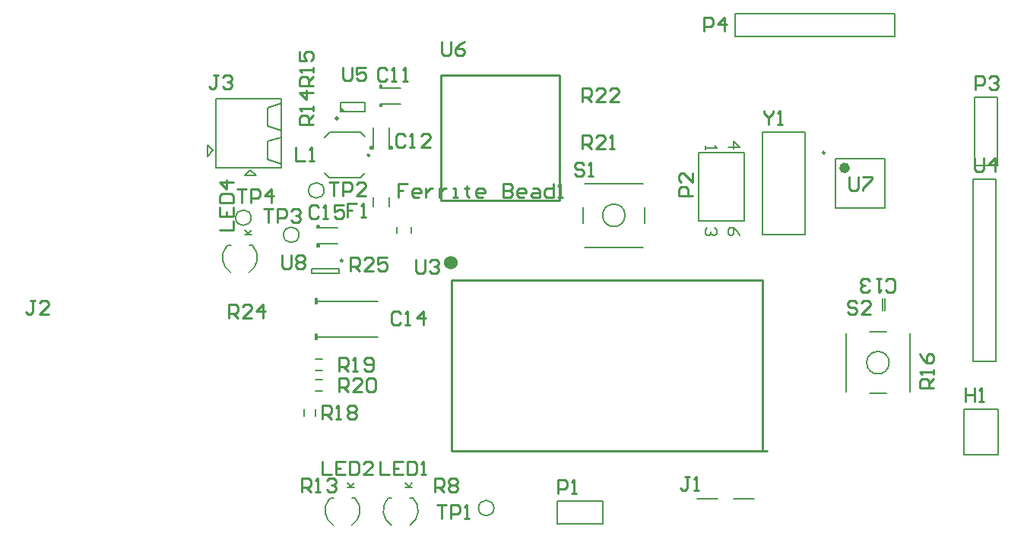
<source format=gto>
G04 Layer_Color=65535*
%FSLAX25Y25*%
%MOIN*%
G70*
G01*
G75*
%ADD35C,0.01000*%
%ADD54C,0.06000*%
%ADD71C,0.02362*%
%ADD72C,0.00984*%
%ADD73C,0.00500*%
%ADD74C,0.00787*%
%ADD75C,0.00600*%
%ADD76C,0.01969*%
%ADD77C,0.00800*%
G36*
X158882Y393600D02*
X156673D01*
Y395809D01*
X158882Y393600D01*
D02*
G37*
D35*
X169329Y374521D02*
G03*
X169329Y374521I-450J0D01*
G01*
X200532Y354500D02*
X252500D01*
Y409618D01*
X200532D02*
X252500D01*
X200500Y354500D02*
Y409618D01*
X205469Y244500D02*
Y319500D01*
Y244500D02*
X343500D01*
X341531D02*
Y319500D01*
X205469D02*
X341354D01*
X342400Y393898D02*
Y392898D01*
X344399Y390899D01*
X346399Y392898D01*
Y393898D01*
X344399Y390899D02*
Y387900D01*
X348398D02*
X350397D01*
X349398D01*
Y393898D01*
X348398Y392898D01*
X131000Y330498D02*
Y325500D01*
X132000Y324500D01*
X133999D01*
X134999Y325500D01*
Y330498D01*
X136998Y329498D02*
X137998Y330498D01*
X139997D01*
X140997Y329498D01*
Y328499D01*
X139997Y327499D01*
X140997Y326499D01*
Y325500D01*
X139997Y324500D01*
X137998D01*
X136998Y325500D01*
Y326499D01*
X137998Y327499D01*
X136998Y328499D01*
Y329498D01*
X137998Y327499D02*
X139997D01*
X379500Y364998D02*
Y360000D01*
X380500Y359000D01*
X382499D01*
X383499Y360000D01*
Y364998D01*
X385498D02*
X389497D01*
Y363998D01*
X385498Y360000D01*
Y359000D01*
X201000Y424398D02*
Y419400D01*
X202000Y418400D01*
X203999D01*
X204999Y419400D01*
Y424398D01*
X210997D02*
X208997Y423398D01*
X206998Y421399D01*
Y419400D01*
X207998Y418400D01*
X209997D01*
X210997Y419400D01*
Y420399D01*
X209997Y421399D01*
X206998D01*
X157500Y413098D02*
Y408100D01*
X158500Y407100D01*
X160499D01*
X161499Y408100D01*
Y413098D01*
X167497D02*
X163498D01*
Y410099D01*
X165497Y411099D01*
X166497D01*
X167497Y410099D01*
Y408100D01*
X166497Y407100D01*
X164498D01*
X163498Y408100D01*
X434600Y373298D02*
Y368300D01*
X435600Y367300D01*
X437599D01*
X438599Y368300D01*
Y373298D01*
X443597Y367300D02*
Y373298D01*
X440598Y370299D01*
X444597D01*
X189800Y328698D02*
Y323700D01*
X190800Y322700D01*
X192799D01*
X193799Y323700D01*
Y328698D01*
X195798Y327698D02*
X196798Y328698D01*
X198797D01*
X199797Y327698D01*
Y326699D01*
X198797Y325699D01*
X197797D01*
X198797D01*
X199797Y324699D01*
Y323700D01*
X198797Y322700D01*
X196798D01*
X195798Y323700D01*
X111350Y359648D02*
X115349D01*
X113349D01*
Y353650D01*
X117348D02*
Y359648D01*
X120347D01*
X121347Y358648D01*
Y356649D01*
X120347Y355649D01*
X117348D01*
X126345Y353650D02*
Y359648D01*
X123346Y356649D01*
X127345D01*
X123000Y350998D02*
X126999D01*
X124999D01*
Y345000D01*
X128998D02*
Y350998D01*
X131997D01*
X132997Y349998D01*
Y347999D01*
X131997Y346999D01*
X128998D01*
X134996Y349998D02*
X135996Y350998D01*
X137995D01*
X138995Y349998D01*
Y348999D01*
X137995Y347999D01*
X136995D01*
X137995D01*
X138995Y346999D01*
Y346000D01*
X137995Y345000D01*
X135996D01*
X134996Y346000D01*
X151500Y362498D02*
X155499D01*
X153499D01*
Y356500D01*
X157498D02*
Y362498D01*
X160497D01*
X161497Y361498D01*
Y359499D01*
X160497Y358499D01*
X157498D01*
X167495Y356500D02*
X163496D01*
X167495Y360499D01*
Y361498D01*
X166495Y362498D01*
X164496D01*
X163496Y361498D01*
X199000Y220998D02*
X202999D01*
X200999D01*
Y215000D01*
X204998D02*
Y220998D01*
X207997D01*
X208997Y219998D01*
Y217999D01*
X207997Y216999D01*
X204998D01*
X210996Y215000D02*
X212996D01*
X211996D01*
Y220998D01*
X210996Y219998D01*
X382999Y309698D02*
X381999Y310698D01*
X380000D01*
X379000Y309698D01*
Y308699D01*
X380000Y307699D01*
X381999D01*
X382999Y306699D01*
Y305700D01*
X381999Y304700D01*
X380000D01*
X379000Y305700D01*
X388997Y304700D02*
X384998D01*
X388997Y308699D01*
Y309698D01*
X387997Y310698D01*
X385998D01*
X384998Y309698D01*
X263149Y370248D02*
X262149Y371248D01*
X260150D01*
X259150Y370248D01*
Y369249D01*
X260150Y368249D01*
X262149D01*
X263149Y367249D01*
Y366250D01*
X262149Y365250D01*
X260150D01*
X259150Y366250D01*
X265148Y365250D02*
X267147D01*
X266148D01*
Y371248D01*
X265148Y370248D01*
X161000Y323500D02*
Y329498D01*
X163999D01*
X164999Y328498D01*
Y326499D01*
X163999Y325499D01*
X161000D01*
X162999D02*
X164999Y323500D01*
X170997D02*
X166998D01*
X170997Y327499D01*
Y328498D01*
X169997Y329498D01*
X167998D01*
X166998Y328498D01*
X176995Y329498D02*
X172996D01*
Y326499D01*
X174996Y327499D01*
X175995D01*
X176995Y326499D01*
Y324500D01*
X175995Y323500D01*
X173996D01*
X172996Y324500D01*
X107500Y303000D02*
Y308998D01*
X110499D01*
X111499Y307998D01*
Y305999D01*
X110499Y304999D01*
X107500D01*
X109499D02*
X111499Y303000D01*
X117497D02*
X113498D01*
X117497Y306999D01*
Y307998D01*
X116497Y308998D01*
X114498D01*
X113498Y307998D01*
X122495Y303000D02*
Y308998D01*
X119496Y305999D01*
X123495D01*
X262800Y397900D02*
Y403898D01*
X265799D01*
X266799Y402898D01*
Y400899D01*
X265799Y399899D01*
X262800D01*
X264799D02*
X266799Y397900D01*
X272797D02*
X268798D01*
X272797Y401899D01*
Y402898D01*
X271797Y403898D01*
X269798D01*
X268798Y402898D01*
X278795Y397900D02*
X274796D01*
X278795Y401899D01*
Y402898D01*
X277795Y403898D01*
X275796D01*
X274796Y402898D01*
X262800Y377400D02*
Y383398D01*
X265799D01*
X266799Y382398D01*
Y380399D01*
X265799Y379399D01*
X262800D01*
X264799D02*
X266799Y377400D01*
X272797D02*
X268798D01*
X272797Y381399D01*
Y382398D01*
X271797Y383398D01*
X269798D01*
X268798Y382398D01*
X274796Y377400D02*
X276796D01*
X275796D01*
Y383398D01*
X274796Y382398D01*
X156000Y270500D02*
Y276498D01*
X158999D01*
X159999Y275498D01*
Y273499D01*
X158999Y272499D01*
X156000D01*
X157999D02*
X159999Y270500D01*
X165997D02*
X161998D01*
X165997Y274499D01*
Y275498D01*
X164997Y276498D01*
X162998D01*
X161998Y275498D01*
X167996D02*
X168996Y276498D01*
X170995D01*
X171995Y275498D01*
Y271500D01*
X170995Y270500D01*
X168996D01*
X167996Y271500D01*
Y275498D01*
X156000Y279500D02*
Y285498D01*
X158999D01*
X159999Y284498D01*
Y282499D01*
X158999Y281499D01*
X156000D01*
X157999D02*
X159999Y279500D01*
X161998D02*
X163997D01*
X162998D01*
Y285498D01*
X161998Y284498D01*
X166996Y280500D02*
X167996Y279500D01*
X169995D01*
X170995Y280500D01*
Y284498D01*
X169995Y285498D01*
X167996D01*
X166996Y284498D01*
Y283499D01*
X167996Y282499D01*
X170995D01*
X148500Y258500D02*
Y264498D01*
X151499D01*
X152499Y263498D01*
Y261499D01*
X151499Y260499D01*
X148500D01*
X150499D02*
X152499Y258500D01*
X154498D02*
X156497D01*
X155498D01*
Y264498D01*
X154498Y263498D01*
X159496D02*
X160496Y264498D01*
X162496D01*
X163495Y263498D01*
Y262499D01*
X162496Y261499D01*
X163495Y260499D01*
Y259500D01*
X162496Y258500D01*
X160496D01*
X159496Y259500D01*
Y260499D01*
X160496Y261499D01*
X159496Y262499D01*
Y263498D01*
X160496Y261499D02*
X162496D01*
X416800Y272400D02*
X410802D01*
Y275399D01*
X411802Y276399D01*
X413801D01*
X414801Y275399D01*
Y272400D01*
Y274399D02*
X416800Y276399D01*
Y278398D02*
Y280397D01*
Y279398D01*
X410802D01*
X411802Y278398D01*
X410802Y287395D02*
X411802Y285396D01*
X413801Y283396D01*
X415800D01*
X416800Y284396D01*
Y286396D01*
X415800Y287395D01*
X414801D01*
X413801Y286396D01*
Y283396D01*
X144500Y405000D02*
X138502D01*
Y407999D01*
X139502Y408999D01*
X141501D01*
X142501Y407999D01*
Y405000D01*
Y406999D02*
X144500Y408999D01*
Y410998D02*
Y412997D01*
Y411998D01*
X138502D01*
X139502Y410998D01*
X138502Y419995D02*
Y415996D01*
X141501D01*
X140501Y417996D01*
Y418996D01*
X141501Y419995D01*
X143500D01*
X144500Y418996D01*
Y416996D01*
X143500Y415996D01*
X144500Y388000D02*
X138502D01*
Y390999D01*
X139502Y391999D01*
X141501D01*
X142501Y390999D01*
Y388000D01*
Y389999D02*
X144500Y391999D01*
Y393998D02*
Y395997D01*
Y394998D01*
X138502D01*
X139502Y393998D01*
X144500Y401996D02*
X138502D01*
X141501Y398996D01*
Y402995D01*
X139600Y226700D02*
Y232698D01*
X142599D01*
X143599Y231698D01*
Y229699D01*
X142599Y228699D01*
X139600D01*
X141599D02*
X143599Y226700D01*
X145598D02*
X147597D01*
X146598D01*
Y232698D01*
X145598Y231698D01*
X150596D02*
X151596Y232698D01*
X153595D01*
X154595Y231698D01*
Y230699D01*
X153595Y229699D01*
X152596D01*
X153595D01*
X154595Y228699D01*
Y227700D01*
X153595Y226700D01*
X151596D01*
X150596Y227700D01*
X198100Y226700D02*
Y232698D01*
X201099D01*
X202099Y231698D01*
Y229699D01*
X201099Y228699D01*
X198100D01*
X200099D02*
X202099Y226700D01*
X204098Y231698D02*
X205098Y232698D01*
X207097D01*
X208097Y231698D01*
Y230699D01*
X207097Y229699D01*
X208097Y228699D01*
Y227700D01*
X207097Y226700D01*
X205098D01*
X204098Y227700D01*
Y228699D01*
X205098Y229699D01*
X204098Y230699D01*
Y231698D01*
X205098Y229699D02*
X207097D01*
X316000Y429000D02*
Y434998D01*
X318999D01*
X319999Y433998D01*
Y431999D01*
X318999Y430999D01*
X316000D01*
X324997Y429000D02*
Y434998D01*
X321998Y431999D01*
X325997D01*
X435100Y403400D02*
Y409398D01*
X438099D01*
X439099Y408398D01*
Y406399D01*
X438099Y405399D01*
X435100D01*
X441098Y408398D02*
X442098Y409398D01*
X444097D01*
X445097Y408398D01*
Y407399D01*
X444097Y406399D01*
X443097D01*
X444097D01*
X445097Y405399D01*
Y404400D01*
X444097Y403400D01*
X442098D01*
X441098Y404400D01*
X311000Y356500D02*
X305002D01*
Y359499D01*
X306002Y360499D01*
X308001D01*
X309001Y359499D01*
Y356500D01*
X311000Y366497D02*
Y362498D01*
X307001Y366497D01*
X306002D01*
X305002Y365497D01*
Y363498D01*
X306002Y362498D01*
X252100Y225900D02*
Y231898D01*
X255099D01*
X256099Y230898D01*
Y228899D01*
X255099Y227899D01*
X252100D01*
X258098Y225900D02*
X260097D01*
X259098D01*
Y231898D01*
X258098Y230898D01*
X174000Y240098D02*
Y234100D01*
X177999D01*
X183997Y240098D02*
X179998D01*
Y234100D01*
X183997D01*
X179998Y237099D02*
X181997D01*
X185996Y240098D02*
Y234100D01*
X188995D01*
X189995Y235100D01*
Y239098D01*
X188995Y240098D01*
X185996D01*
X191994Y234100D02*
X193993D01*
X192994D01*
Y240098D01*
X191994Y239098D01*
X103502Y341500D02*
X109500D01*
Y345499D01*
X103502Y351497D02*
Y347498D01*
X109500D01*
Y351497D01*
X106501Y347498D02*
Y349497D01*
X103502Y353496D02*
X109500D01*
Y356495D01*
X108500Y357495D01*
X104502D01*
X103502Y356495D01*
Y353496D01*
X109500Y362493D02*
X103502D01*
X106501Y359494D01*
Y363493D01*
X148500Y240098D02*
Y234100D01*
X152499D01*
X158497Y240098D02*
X154498D01*
Y234100D01*
X158497D01*
X154498Y237099D02*
X156497D01*
X160496Y240098D02*
Y234100D01*
X163495D01*
X164495Y235100D01*
Y239098D01*
X163495Y240098D01*
X160496D01*
X170493Y234100D02*
X166494D01*
X170493Y238099D01*
Y239098D01*
X169493Y240098D01*
X167494D01*
X166494Y239098D01*
X137000Y377998D02*
Y372000D01*
X140999D01*
X142998D02*
X144997D01*
X143998D01*
Y377998D01*
X142998Y376998D01*
X102849Y409648D02*
X100849D01*
X101849D01*
Y404650D01*
X100849Y403650D01*
X99850D01*
X98850Y404650D01*
X104848Y408648D02*
X105848Y409648D01*
X107847D01*
X108847Y408648D01*
Y407649D01*
X107847Y406649D01*
X106847D01*
X107847D01*
X108847Y405649D01*
Y404650D01*
X107847Y403650D01*
X105848D01*
X104848Y404650D01*
X22499Y310698D02*
X20499D01*
X21499D01*
Y305700D01*
X20499Y304700D01*
X19500D01*
X18500Y305700D01*
X28497Y304700D02*
X24498D01*
X28497Y308699D01*
Y309698D01*
X27497Y310698D01*
X25498D01*
X24498Y309698D01*
X309699Y233198D02*
X307699D01*
X308699D01*
Y228200D01*
X307699Y227200D01*
X306700D01*
X305700Y228200D01*
X311698Y227200D02*
X313697D01*
X312698D01*
Y233198D01*
X311698Y232198D01*
X430700Y272298D02*
Y266300D01*
Y269299D01*
X434699D01*
Y272298D01*
Y266300D01*
X436698D02*
X438697D01*
X437698D01*
Y272298D01*
X436698Y271298D01*
X185999Y361998D02*
X182000D01*
Y358999D01*
X183999D01*
X182000D01*
Y356000D01*
X190997D02*
X188998D01*
X187998Y357000D01*
Y358999D01*
X188998Y359999D01*
X190997D01*
X191997Y358999D01*
Y357999D01*
X187998D01*
X193996Y359999D02*
Y356000D01*
Y357999D01*
X194996Y358999D01*
X195995Y359999D01*
X196995D01*
X199994D02*
Y356000D01*
Y357999D01*
X200994Y358999D01*
X201993Y359999D01*
X202993D01*
X205992Y356000D02*
X207992D01*
X206992D01*
Y359999D01*
X205992D01*
X211990Y360998D02*
Y359999D01*
X210991D01*
X212990D01*
X211990D01*
Y357000D01*
X212990Y356000D01*
X218988D02*
X216989D01*
X215989Y357000D01*
Y358999D01*
X216989Y359999D01*
X218988D01*
X219988Y358999D01*
Y357999D01*
X215989D01*
X227985Y361998D02*
Y356000D01*
X230984D01*
X231984Y357000D01*
Y357999D01*
X230984Y358999D01*
X227985D01*
X230984D01*
X231984Y359999D01*
Y360998D01*
X230984Y361998D01*
X227985D01*
X236982Y356000D02*
X234983D01*
X233983Y357000D01*
Y358999D01*
X234983Y359999D01*
X236982D01*
X237982Y358999D01*
Y357999D01*
X233983D01*
X240981Y359999D02*
X242980D01*
X243980Y358999D01*
Y356000D01*
X240981D01*
X239981Y357000D01*
X240981Y357999D01*
X243980D01*
X249978Y361998D02*
Y356000D01*
X246979D01*
X245979Y357000D01*
Y358999D01*
X246979Y359999D01*
X249978D01*
X251977Y356000D02*
X253977D01*
X252977D01*
Y361998D01*
X251977Y360998D01*
X163599Y353398D02*
X159600D01*
Y350399D01*
X161599D01*
X159600D01*
Y347400D01*
X165598D02*
X167597D01*
X166598D01*
Y353398D01*
X165598Y352398D01*
X146999Y351498D02*
X145999Y352498D01*
X144000D01*
X143000Y351498D01*
Y347500D01*
X144000Y346500D01*
X145999D01*
X146999Y347500D01*
X148998Y346500D02*
X150997D01*
X149998D01*
Y352498D01*
X148998Y351498D01*
X157995Y352498D02*
X153996D01*
Y349499D01*
X155996Y350499D01*
X156995D01*
X157995Y349499D01*
Y347500D01*
X156995Y346500D01*
X154996D01*
X153996Y347500D01*
X182999Y304998D02*
X181999Y305998D01*
X180000D01*
X179000Y304998D01*
Y301000D01*
X180000Y300000D01*
X181999D01*
X182999Y301000D01*
X184998Y300000D02*
X186997D01*
X185998D01*
Y305998D01*
X184998Y304998D01*
X192996Y300000D02*
Y305998D01*
X189996Y302999D01*
X193995D01*
X395801Y315402D02*
X396801Y314402D01*
X398800D01*
X399800Y315402D01*
Y319400D01*
X398800Y320400D01*
X396801D01*
X395801Y319400D01*
X393802Y320400D02*
X391803D01*
X392802D01*
Y314402D01*
X393802Y315402D01*
X388804D02*
X387804Y314402D01*
X385805D01*
X384805Y315402D01*
Y316401D01*
X385805Y317401D01*
X386804D01*
X385805D01*
X384805Y318401D01*
Y319400D01*
X385805Y320400D01*
X387804D01*
X388804Y319400D01*
X184999Y382998D02*
X183999Y383998D01*
X182000D01*
X181000Y382998D01*
Y379000D01*
X182000Y378000D01*
X183999D01*
X184999Y379000D01*
X186998Y378000D02*
X188997D01*
X187998D01*
Y383998D01*
X186998Y382998D01*
X195995Y378000D02*
X191996D01*
X195995Y381999D01*
Y382998D01*
X194995Y383998D01*
X192996D01*
X191996Y382998D01*
X176999Y411998D02*
X175999Y412998D01*
X174000D01*
X173000Y411998D01*
Y408000D01*
X174000Y407000D01*
X175999D01*
X176999Y408000D01*
X178998Y407000D02*
X180997D01*
X179998D01*
Y412998D01*
X178998Y411998D01*
X183996Y407000D02*
X185996D01*
X184996D01*
Y412998D01*
X183996Y411998D01*
D54*
X205134Y327201D02*
D03*
D71*
X378791Y368890D02*
G03*
X378791Y368890I-1181J0D01*
G01*
D72*
X369047Y375583D02*
G03*
X369047Y375583I-492J0D01*
G01*
X157677Y328224D02*
G03*
X157677Y328224I-492J0D01*
G01*
D73*
X117400Y347000D02*
G03*
X117400Y347000I-3400J0D01*
G01*
X149400Y359000D02*
G03*
X149400Y359000I-3400J0D01*
G01*
X397166Y283357D02*
G03*
X397166Y283357I-4921J0D01*
G01*
X281378Y348055D02*
G03*
X281378Y348055I-4921J0D01*
G01*
X138400Y339500D02*
G03*
X138400Y339500I-3400J0D01*
G01*
X223900Y219500D02*
G03*
X223900Y219500I-3400J0D01*
G01*
X156673Y393600D02*
Y397600D01*
X167303Y397600D01*
Y393600D02*
Y397600D01*
X156673Y393600D02*
X167303Y393600D01*
X388757Y296786D02*
X395843D01*
X388757Y270014D02*
X395843D01*
X406300Y270648D02*
Y296157D01*
X378300Y270659D02*
Y296141D01*
X289886Y344457D02*
Y351543D01*
X263114Y344457D02*
Y351543D01*
X263748Y334000D02*
X289257D01*
X263759Y362000D02*
X289241D01*
X145500Y271000D02*
X148500D01*
X145500Y276000D02*
X148500D01*
X145500Y285000D02*
X148500D01*
X145500Y280000D02*
X148500D01*
X145500Y260000D02*
Y263000D01*
X140500Y260000D02*
Y263000D01*
X124678Y387327D02*
Y395201D01*
Y387327D02*
X130583Y385358D01*
X124678Y395201D02*
X130583Y397169D01*
X124678Y372563D02*
Y380437D01*
Y372563D02*
X130583Y370595D01*
X124678Y380437D02*
X130583Y382405D01*
X101843Y399138D02*
X130583D01*
Y369000D02*
Y399138D01*
X101843Y369000D02*
X130583D01*
X101843D02*
Y399138D01*
X98200Y379000D02*
X100700Y376500D01*
X98200Y374000D02*
Y379000D01*
Y374000D02*
X100700Y376500D01*
X114500Y365500D02*
X117000Y368000D01*
X114500Y365500D02*
X119500D01*
X117000Y368000D02*
X119500Y365500D01*
X430000Y263000D02*
X445000D01*
Y243000D02*
Y263000D01*
X430000Y243000D02*
X445000D01*
X430000D02*
Y263000D01*
X169776Y377382D02*
X170957D01*
Y386437D01*
X178043Y377382D02*
Y386437D01*
Y377382D02*
X179224D01*
Y378169D01*
X178043D02*
X179224D01*
X178043Y377776D02*
X179224D01*
X169776Y377382D02*
Y378169D01*
X170957D01*
X169776Y377776D02*
X170957D01*
X173882Y404043D02*
Y405224D01*
Y404043D02*
X182937D01*
X173882Y396957D02*
X182937D01*
X173882Y395776D02*
Y396957D01*
Y395776D02*
X174669D01*
Y396957D01*
X174276Y395776D02*
Y396957D01*
X173882Y405224D02*
X174669D01*
Y404043D02*
Y405224D01*
X174276Y404043D02*
Y405224D01*
X146382Y342543D02*
Y343724D01*
Y342543D02*
X155437D01*
X146382Y335457D02*
X155437D01*
X146382Y334276D02*
Y335457D01*
Y334276D02*
X147169D01*
Y335457D01*
X146776Y334276D02*
Y335457D01*
X146382Y343724D02*
X147169D01*
Y342543D02*
Y343724D01*
X146776Y342543D02*
Y343724D01*
X145902Y309193D02*
Y310374D01*
X146295Y309193D02*
Y310374D01*
X145508Y309193D02*
X146295D01*
X145902Y310374D02*
Y311555D01*
X146295Y310374D02*
Y311555D01*
X145508D02*
X146295D01*
X145902Y294626D02*
Y295807D01*
X146295Y294626D02*
Y295807D01*
X145508D02*
X146295D01*
X145902Y293445D02*
Y294626D01*
X146295Y293445D02*
Y294626D01*
X145508Y293445D02*
X146295D01*
X145508Y310374D02*
X173067D01*
X145508Y309193D02*
Y311555D01*
Y293445D02*
Y295807D01*
Y294626D02*
X173067D01*
X178100Y352000D02*
Y355800D01*
X171100Y351900D02*
Y355900D01*
X395389Y306336D02*
Y311464D01*
X394211Y306336D02*
Y311464D01*
D74*
X187024Y211962D02*
G03*
X188429Y223929I-4024J6538D01*
G01*
X177319Y223664D02*
G03*
X178976Y211962I5681J-5164D01*
G01*
X116524Y322962D02*
G03*
X117929Y334929I-4024J6538D01*
G01*
X106819Y334664D02*
G03*
X108476Y322962I5681J-5164D01*
G01*
X161524Y211962D02*
G03*
X162929Y223929I-4024J6538D01*
G01*
X151819Y223664D02*
G03*
X153476Y211962I5681J-5164D01*
G01*
X341748Y384541D02*
X360252D01*
Y339659D02*
Y384541D01*
X341748Y339659D02*
X360252D01*
X341748D02*
Y384541D01*
X373673Y351173D02*
X395327D01*
X373673Y372827D02*
X395327D01*
Y351173D02*
Y372827D01*
X373673Y351173D02*
Y372827D01*
X434000Y363900D02*
X444000D01*
Y283900D02*
Y363900D01*
X434000Y283900D02*
X444000D01*
X434000D02*
Y363900D01*
X434500Y370000D02*
Y400000D01*
Y370000D02*
X444500D01*
Y400000D01*
X434500D02*
X444500D01*
X251500Y212500D02*
Y222500D01*
X271500D01*
Y212500D02*
Y222500D01*
X251500Y212500D02*
X271500D01*
X177319Y223664D02*
X177655Y224000D01*
X187000D02*
X188429D01*
X177655D02*
X179000D01*
X106819Y334664D02*
X107155Y335000D01*
X116500D02*
X117929D01*
X107155D02*
X108500D01*
X151819Y223664D02*
X152155Y224000D01*
X161500D02*
X162929D01*
X152155D02*
X153500D01*
X313098Y223685D02*
X321957D01*
X329043D02*
X337902D01*
X156102Y322516D02*
Y324484D01*
X143898Y322516D02*
Y324484D01*
X156102D01*
X143898Y322516D02*
X156102D01*
X181350Y340122D02*
Y342878D01*
X187650Y340122D02*
Y342878D01*
X313500Y345500D02*
X333500D01*
Y375500D01*
X313500D02*
X333500D01*
X313500Y345500D02*
Y375500D01*
X329500Y426500D02*
X399500D01*
Y436500D01*
X329500D02*
X399500D01*
X329500Y426500D02*
Y436500D01*
D75*
X165250Y364500D02*
X167250Y366500D01*
X151700Y364500D02*
X165250D01*
X149700Y366500D02*
X151700Y364500D01*
X149775Y382400D02*
X151875Y384500D01*
X165300D01*
X167300Y382500D01*
X185001Y228500D02*
X188000D01*
X187000D01*
X185001Y230499D01*
X186501Y229000D01*
X188000Y230499D01*
X114501Y339500D02*
X117500D01*
X116500D01*
X114501Y341499D01*
X116000Y340000D01*
X117500Y341499D01*
X159501Y228500D02*
X162500D01*
X161500D01*
X159501Y230499D01*
X161001Y229000D01*
X162500Y230499D01*
D76*
X154862Y390619D02*
X154881Y390600D01*
X154900Y390619D01*
X154881Y390637D01*
X154862Y390619D01*
D77*
X326500Y378001D02*
X331498D01*
X328999Y380500D01*
Y377168D01*
X316500Y378500D02*
Y376834D01*
Y377667D01*
X321498D01*
X320665Y378500D01*
Y342500D02*
X321498Y341667D01*
Y340001D01*
X320665Y339168D01*
X319832D01*
X318999Y340001D01*
Y340834D01*
Y340001D01*
X318166Y339168D01*
X317333D01*
X316500Y340001D01*
Y341667D01*
X317333Y342500D01*
X331498Y339168D02*
X330665Y340834D01*
X328999Y342500D01*
X327333D01*
X326500Y341667D01*
Y340001D01*
X327333Y339168D01*
X328166D01*
X328999Y340001D01*
Y342500D01*
M02*

</source>
